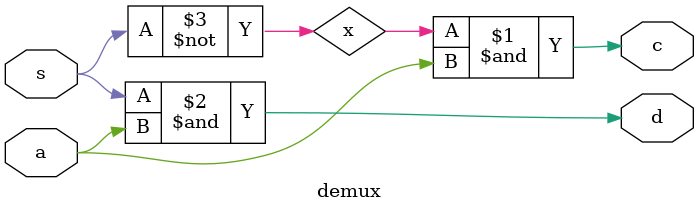
<source format=sv>
module demux(a,s,c,d);
  input a,s;
  output c,d;
  not no (x,s);
  and a0 (c,x,a);
  and a1 (d,s,a);
endmodule
  
</source>
